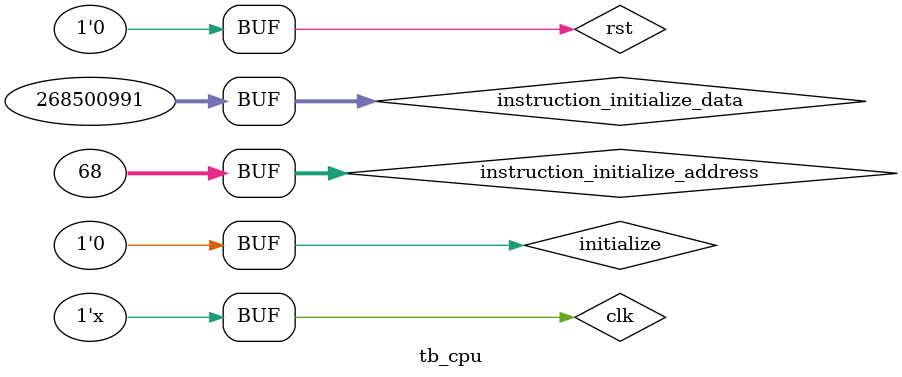
<source format=v>
`timescale 1ns / 1ns


module tb_cpu;

	// Inputs
	reg rst;
	reg clk;
	reg initialize;
	reg [31:0] instruction_initialize_data;
	reg [31:0] instruction_initialize_address;

	// Instantiate the Unit Under Test (UUT)
	cpu uut (
		.rst(rst), 
		.clk(clk), 
		.initialize(initialize), 
		.instruction_initialize_data(instruction_initialize_data), 
		.instruction_initialize_address(instruction_initialize_address)
	);

	initial begin
		// Initialize Inputs
		rst = 1;
		clk = 0;
		initialize = 1;
		instruction_initialize_data = 0;
		instruction_initialize_address = 0;

		#100;
      
		instruction_initialize_address = 0;
		instruction_initialize_data = 32'b000000_00000_00010_00001_00000_10_0000;      // ADD R1, R0, R2
		#20;
		instruction_initialize_address = 4;
		instruction_initialize_data = 32'b000000_00100_00100_01000_00000_10_0010;      // SUB R8, R4, R4
		#20;
		instruction_initialize_address = 8;
		instruction_initialize_data = 32'b000000_00101_00110_00111_00000_10_0101;      // OR R7, R5, R6
		#20;
		instruction_initialize_address = 12;
		instruction_initialize_data = 32'b101011_00000_01001_00000_00000_00_1100;      // SW R9, 12(R0)
		#20;
		instruction_initialize_address = 16;
		instruction_initialize_data = 32'b100011_00000_01100_00000_00000_00_1100;      // LW R12, 12(R0)
		#20	
		instruction_initialize_address = 20;
		instruction_initialize_data = 32'b000000_00000_00001_00110_00000_10_0100;      // AND R6, R0, R1
		#20	
		instruction_initialize_address = 24;
		instruction_initialize_data = 32'b001000_01110_01111_00000_00000_00_0100;      // ADDI R15, R14, 4
		#20	
		instruction_initialize_address = 28;
		instruction_initialize_data = 32'b001101_10001_10000_11111_11111_11_1111;      // ORI R16, R17, 0
		#20	
		instruction_initialize_address = 32;
		instruction_initialize_data = 32'b001111_00000_10010_00000_00000_00_0001;      // LUI R18, 1;
		#20
		instruction_initialize_address = 36;
		instruction_initialize_data = 32'b000010_00000_00000_00000_00000_00_1011;      // J to beq instruction     to instruction 44
		
		#20;
		instruction_initialize_address = 40;
		instruction_initialize_data = 32'b000000_00000_00010_00001_00000_10_0000;      // ADD R1, R0, R2    //skipped over
		
		#20
		instruction_initialize_address = 44;
		instruction_initialize_data = 32'b000000_00111_00101_00110_00000_10_0111;      // NOR R6, R7, R5
		#20
		instruction_initialize_address = 48;
		instruction_initialize_data = 32'b000000_00011_00010_00100_00000_10_0110;      // XOR R4, R2, R3
		#20
		instruction_initialize_address = 52;
		instruction_initialize_data = 32'b000000_00011_00010_00100_00000_10_1010;      // SLT R4, R2, R3
		
		#20
		instruction_initialize_address = 56;
		instruction_initialize_data = 32'b000101_00001_00000_00000_00000_00_0001;      // BNQ R0, R1, 16  branching to instruction 64
		
		#20
		instruction_initialize_address = 60;
		instruction_initialize_data = 32'b000000_00011_00010_00100_00000_10_1010;      // SLT R4, R2, R3    skipped over

		#20	
		instruction_initialize_address = 64;
		instruction_initialize_data = 32'b001000_01110_01111_00000_00000_00_0100;      // ADDI R15, R14, 4		
		
		#20
		instruction_initialize_address = 68;
		instruction_initialize_data = 32'b000100_00000_00000_11111_11111_11_1111;      // BEQ R0, R1, -1   ending program
		#20;
		
		initialize = 0;
		rst = 0;
		
	end
      
always
#5 clk = ~clk;
endmodule


</source>
